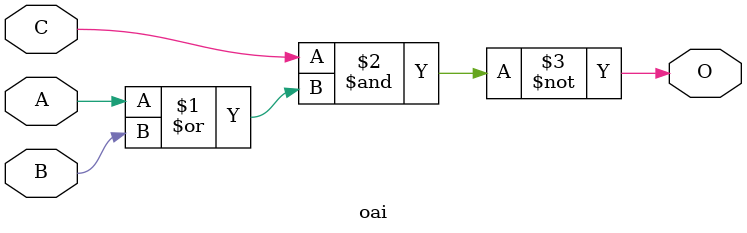
<source format=v>
`ifndef MODULE_oai
`define MODULE_oai

module oai (
    output O,
    input A, B, C
    );

    assign O = C ~& (A | B);

endmodule // OAI

`endif
</source>
